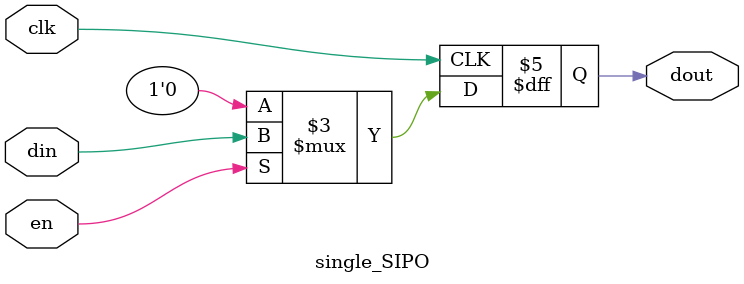
<source format=sv>
`timescale 1ns / 1ps

/*********************************
			Receiver
**********************************/
module uart_rx(
	input i_rx, // Serial Data In
	input rx_clk, //Receiver Clock
	input rx_en, //Enable Receiver
	output reg [7:0] rx_o_data, //Output Data
	output reg rx_o_data_valid //Data Valid
    );
    reg rx_done;
    reg [2:0] next, state;
    reg [7:0] rx_data;
    reg parity, data_valid;
    reg [3:0] count;
    
    //SIPO Instantiation
    reg [2:0] SIPO_count;
    reg [7:0] SIPO_dout;
    reg SIPO_en;
    SIPO register(
    				.din(i_rx),
    				.en(SIPO_en),
    				.clk((&count)),
    				.dout(SIPO_dout)
    );
    //State Declaration
    parameter IDLE = 3'h0, DATA_START = 3'h1, 
    DATA_IN = 3'h2, DATA_PARITY = 3'h3, DATA_STOP = 3'h4;
    
    // Combinational state transition logic
    always @(*) begin
        next = state;
        if (rx_en) begin
            case (state)
                IDLE:
                    next = (!i_rx) ? DATA_START : IDLE;
                DATA_START:
                    next = (count == 4'h7) ? ((!i_rx) ? DATA_IN : IDLE) : DATA_START;
                DATA_IN: begin
                    next = rx_done ? DATA_PARITY : DATA_IN;
                    parity = ^rx_o_data;
                end
                DATA_PARITY:
                    next = (count == 4'hf) ? DATA_STOP : DATA_PARITY;
                DATA_STOP:
                    next = (count == 4'hf) ? IDLE : DATA_STOP;
                default:
                    next = IDLE;
            endcase
        end else begin
            next = IDLE;
        end
    end
    // Generate SIPO enable
    always_comb begin
        SIPO_en = (state == DATA_START || state == DATA_IN);
    end
    // Main sequential block
    always_ff @(posedge rx_clk) begin
        if (!rx_en) begin
            count            <= 4'h0;
            state            <= IDLE;
            SIPO_count       <= 4'h0;
            rx_o_data_valid  <= 1'b0;
            rx_o_data        <= 8'h00;
            rx_done          <= 1'b0;
            data_valid       <= 1'b0;
            parity           <= 1'b0;
        end else begin
            state <= next;
            // Count logic
            if (state != next)
                count <= 4'h0;
            else
                count <= count + 1;
            // Sample and shift in data during DATA_IN
            if (state == DATA_IN && count == 4'hf)
                SIPO_count <= SIPO_count + 1;
            // Load received byte
            if (state == DATA_IN && SIPO_count == 3'd7 && count == 4'hf) begin
                rx_o_data <= SIPO_dout;
                rx_done   <= 1'b1;
            end else begin
                rx_done <= 1'b0;
            end
            // Parity check
            if (state == DATA_PARITY && count == 4'hf) begin
                data_valid  <= (i_rx == parity);
            end
            // Stop bit check and final valid signal
            if (state == DATA_STOP && count == 4'hf && i_rx && data_valid)
                rx_o_data_valid <= 1'b1;
            else if (state == IDLE)
                rx_o_data_valid <= 1'b0;
            // Reset SIPO count outside of DATA_IN
            if (state != DATA_IN)
                SIPO_count <= 4'h0;
        end
    end
endmodule

module SIPO(
	input din,
	input en,
	input clk,
	output reg [7:0] dout
	);
	genvar i;
	generate
		for (i = 0; i <= 7; i++) begin
			if (i == 0)
				single_SIPO first_SIPO(
							.din(din),
							.en(en),
							.dout(dout[i]),
							.clk(clk)
				);
			else
				single_SIPO successive_SIPO(
							.din(dout[i-1]),
							.en(en),
							.dout(dout[i]),
							.clk(clk)
				);
		end
	endgenerate
endmodule

module single_SIPO(
	input din,
	input en,
	input clk,
	output reg dout
	);
	
	always @(posedge clk) begin
		if (en) begin
			dout <= din;
		end
		else begin
			dout <= 1'b0;
		end
	end
	
endmodule
</source>
